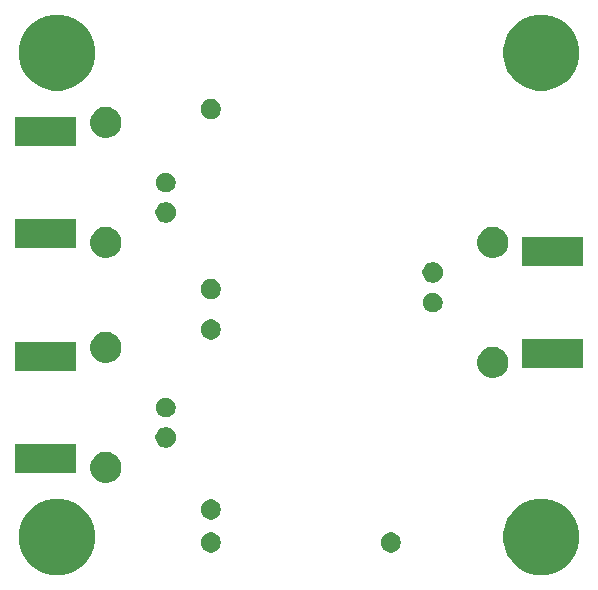
<source format=gbs>
G04 #@! TF.GenerationSoftware,KiCad,Pcbnew,(5.1.5)-3*
G04 #@! TF.CreationDate,2021-08-15T08:32:46-04:00*
G04 #@! TF.ProjectId,ADE1-MIXER,41444531-2d4d-4495-9845-522e6b696361,rev?*
G04 #@! TF.SameCoordinates,Original*
G04 #@! TF.FileFunction,Soldermask,Bot*
G04 #@! TF.FilePolarity,Negative*
%FSLAX46Y46*%
G04 Gerber Fmt 4.6, Leading zero omitted, Abs format (unit mm)*
G04 Created by KiCad (PCBNEW (5.1.5)-3) date 2021-08-15 08:32:46*
%MOMM*%
%LPD*%
G04 APERTURE LIST*
%ADD10C,0.150000*%
G04 APERTURE END LIST*
D10*
G36*
X45940932Y-41898166D02*
G01*
X46527990Y-42141333D01*
X47056329Y-42494358D01*
X47505642Y-42943671D01*
X47858667Y-43472010D01*
X48101834Y-44059068D01*
X48225800Y-44682286D01*
X48225800Y-45317714D01*
X48101834Y-45940932D01*
X47858667Y-46527990D01*
X47505642Y-47056329D01*
X47056329Y-47505642D01*
X46527990Y-47858667D01*
X45940932Y-48101834D01*
X45317714Y-48225800D01*
X44682286Y-48225800D01*
X44059068Y-48101834D01*
X43472010Y-47858667D01*
X42943671Y-47505642D01*
X42494358Y-47056329D01*
X42141333Y-46527990D01*
X41898166Y-45940932D01*
X41774200Y-45317714D01*
X41774200Y-44682286D01*
X41898166Y-44059068D01*
X42141333Y-43472010D01*
X42494358Y-42943671D01*
X42943671Y-42494358D01*
X43472010Y-42141333D01*
X44059068Y-41898166D01*
X44682286Y-41774200D01*
X45317714Y-41774200D01*
X45940932Y-41898166D01*
G37*
G36*
X4940932Y-41898166D02*
G01*
X5527990Y-42141333D01*
X6056329Y-42494358D01*
X6505642Y-42943671D01*
X6858667Y-43472010D01*
X7101834Y-44059068D01*
X7225800Y-44682286D01*
X7225800Y-45317714D01*
X7101834Y-45940932D01*
X6858667Y-46527990D01*
X6505642Y-47056329D01*
X6056329Y-47505642D01*
X5527990Y-47858667D01*
X4940932Y-48101834D01*
X4317714Y-48225800D01*
X3682286Y-48225800D01*
X3059068Y-48101834D01*
X2472010Y-47858667D01*
X1943671Y-47505642D01*
X1494358Y-47056329D01*
X1141333Y-46527990D01*
X898166Y-45940932D01*
X774200Y-45317714D01*
X774200Y-44682286D01*
X898166Y-44059068D01*
X1141333Y-43472010D01*
X1494358Y-42943671D01*
X1943671Y-42494358D01*
X2472010Y-42141333D01*
X3059068Y-41898166D01*
X3682286Y-41774200D01*
X4317714Y-41774200D01*
X4940932Y-41898166D01*
G37*
G36*
X17266169Y-44647895D02*
G01*
X17421005Y-44712031D01*
X17560354Y-44805140D01*
X17678860Y-44923646D01*
X17771969Y-45062995D01*
X17836105Y-45217831D01*
X17868800Y-45382203D01*
X17868800Y-45549797D01*
X17836105Y-45714169D01*
X17771969Y-45869005D01*
X17678860Y-46008354D01*
X17560354Y-46126860D01*
X17421005Y-46219969D01*
X17266169Y-46284105D01*
X17101797Y-46316800D01*
X16934203Y-46316800D01*
X16769831Y-46284105D01*
X16614995Y-46219969D01*
X16475646Y-46126860D01*
X16357140Y-46008354D01*
X16264031Y-45869005D01*
X16199895Y-45714169D01*
X16167200Y-45549797D01*
X16167200Y-45382203D01*
X16199895Y-45217831D01*
X16264031Y-45062995D01*
X16357140Y-44923646D01*
X16475646Y-44805140D01*
X16614995Y-44712031D01*
X16769831Y-44647895D01*
X16934203Y-44615200D01*
X17101797Y-44615200D01*
X17266169Y-44647895D01*
G37*
G36*
X32506169Y-44647895D02*
G01*
X32661005Y-44712031D01*
X32800354Y-44805140D01*
X32918860Y-44923646D01*
X33011969Y-45062995D01*
X33076105Y-45217831D01*
X33108800Y-45382203D01*
X33108800Y-45549797D01*
X33076105Y-45714169D01*
X33011969Y-45869005D01*
X32918860Y-46008354D01*
X32800354Y-46126860D01*
X32661005Y-46219969D01*
X32506169Y-46284105D01*
X32341797Y-46316800D01*
X32174203Y-46316800D01*
X32009831Y-46284105D01*
X31854995Y-46219969D01*
X31715646Y-46126860D01*
X31597140Y-46008354D01*
X31504031Y-45869005D01*
X31439895Y-45714169D01*
X31407200Y-45549797D01*
X31407200Y-45382203D01*
X31439895Y-45217831D01*
X31504031Y-45062995D01*
X31597140Y-44923646D01*
X31715646Y-44805140D01*
X31854995Y-44712031D01*
X32009831Y-44647895D01*
X32174203Y-44615200D01*
X32341797Y-44615200D01*
X32506169Y-44647895D01*
G37*
G36*
X17266169Y-41853895D02*
G01*
X17421005Y-41918031D01*
X17560354Y-42011140D01*
X17678860Y-42129646D01*
X17771969Y-42268995D01*
X17836105Y-42423831D01*
X17868800Y-42588203D01*
X17868800Y-42755797D01*
X17836105Y-42920169D01*
X17771969Y-43075005D01*
X17678860Y-43214354D01*
X17560354Y-43332860D01*
X17421005Y-43425969D01*
X17266169Y-43490105D01*
X17101797Y-43522800D01*
X16934203Y-43522800D01*
X16769831Y-43490105D01*
X16614995Y-43425969D01*
X16475646Y-43332860D01*
X16357140Y-43214354D01*
X16264031Y-43075005D01*
X16199895Y-42920169D01*
X16167200Y-42755797D01*
X16167200Y-42588203D01*
X16199895Y-42423831D01*
X16264031Y-42268995D01*
X16357140Y-42129646D01*
X16475646Y-42011140D01*
X16614995Y-41918031D01*
X16769831Y-41853895D01*
X16934203Y-41821200D01*
X17101797Y-41821200D01*
X17266169Y-41853895D01*
G37*
G36*
X8513264Y-37845957D02*
G01*
X8753634Y-37945521D01*
X8969963Y-38090068D01*
X9153932Y-38274037D01*
X9298479Y-38490366D01*
X9398043Y-38730736D01*
X9448800Y-38985912D01*
X9448800Y-39246088D01*
X9398043Y-39501264D01*
X9298479Y-39741634D01*
X9153932Y-39957963D01*
X8969963Y-40141932D01*
X8753634Y-40286479D01*
X8513264Y-40386043D01*
X8258088Y-40436800D01*
X7997912Y-40436800D01*
X7742736Y-40386043D01*
X7502366Y-40286479D01*
X7286037Y-40141932D01*
X7102068Y-39957963D01*
X6957521Y-39741634D01*
X6857957Y-39501264D01*
X6807200Y-39246088D01*
X6807200Y-38985912D01*
X6857957Y-38730736D01*
X6957521Y-38490366D01*
X7102068Y-38274037D01*
X7286037Y-38090068D01*
X7502366Y-37945521D01*
X7742736Y-37845957D01*
X7997912Y-37795200D01*
X8258088Y-37795200D01*
X8513264Y-37845957D01*
G37*
G36*
X5638800Y-39611300D02*
G01*
X457200Y-39611300D01*
X457200Y-37096700D01*
X5638800Y-37096700D01*
X5638800Y-39611300D01*
G37*
G36*
X13463608Y-35733376D02*
G01*
X13623084Y-35799432D01*
X13766610Y-35895334D01*
X13888666Y-36017390D01*
X13984568Y-36160916D01*
X14050624Y-36320392D01*
X14084300Y-36489692D01*
X14084300Y-36662308D01*
X14050624Y-36831608D01*
X13984568Y-36991084D01*
X13888666Y-37134610D01*
X13766610Y-37256666D01*
X13623084Y-37352568D01*
X13463608Y-37418624D01*
X13294308Y-37452300D01*
X13121692Y-37452300D01*
X12952392Y-37418624D01*
X12792916Y-37352568D01*
X12649390Y-37256666D01*
X12527334Y-37134610D01*
X12431432Y-36991084D01*
X12365376Y-36831608D01*
X12331700Y-36662308D01*
X12331700Y-36489692D01*
X12365376Y-36320392D01*
X12431432Y-36160916D01*
X12527334Y-36017390D01*
X12649390Y-35895334D01*
X12792916Y-35799432D01*
X12952392Y-35733376D01*
X13121692Y-35699700D01*
X13294308Y-35699700D01*
X13463608Y-35733376D01*
G37*
G36*
X13452494Y-33230011D02*
G01*
X13605037Y-33293197D01*
X13742322Y-33384927D01*
X13859073Y-33501678D01*
X13950803Y-33638963D01*
X14013989Y-33791506D01*
X14046200Y-33953444D01*
X14046200Y-34118556D01*
X14013989Y-34280494D01*
X13950803Y-34433037D01*
X13859073Y-34570322D01*
X13742322Y-34687073D01*
X13605037Y-34778803D01*
X13452494Y-34841989D01*
X13290556Y-34874200D01*
X13125444Y-34874200D01*
X12963506Y-34841989D01*
X12810963Y-34778803D01*
X12673678Y-34687073D01*
X12556927Y-34570322D01*
X12465197Y-34433037D01*
X12402011Y-34280494D01*
X12369800Y-34118556D01*
X12369800Y-33953444D01*
X12402011Y-33791506D01*
X12465197Y-33638963D01*
X12556927Y-33501678D01*
X12673678Y-33384927D01*
X12810963Y-33293197D01*
X12963506Y-33230011D01*
X13125444Y-33197800D01*
X13290556Y-33197800D01*
X13452494Y-33230011D01*
G37*
G36*
X41279264Y-28955957D02*
G01*
X41519634Y-29055521D01*
X41735963Y-29200068D01*
X41919932Y-29384037D01*
X42064479Y-29600366D01*
X42164043Y-29840736D01*
X42214800Y-30095912D01*
X42214800Y-30356088D01*
X42164043Y-30611264D01*
X42064479Y-30851634D01*
X41919932Y-31067963D01*
X41735963Y-31251932D01*
X41519634Y-31396479D01*
X41279264Y-31496043D01*
X41024088Y-31546800D01*
X40763912Y-31546800D01*
X40508736Y-31496043D01*
X40268366Y-31396479D01*
X40052037Y-31251932D01*
X39868068Y-31067963D01*
X39723521Y-30851634D01*
X39623957Y-30611264D01*
X39573200Y-30356088D01*
X39573200Y-30095912D01*
X39623957Y-29840736D01*
X39723521Y-29600366D01*
X39868068Y-29384037D01*
X40052037Y-29200068D01*
X40268366Y-29055521D01*
X40508736Y-28955957D01*
X40763912Y-28905200D01*
X41024088Y-28905200D01*
X41279264Y-28955957D01*
G37*
G36*
X5638800Y-30975300D02*
G01*
X457200Y-30975300D01*
X457200Y-28460700D01*
X5638800Y-28460700D01*
X5638800Y-30975300D01*
G37*
G36*
X48564800Y-30721300D02*
G01*
X43383200Y-30721300D01*
X43383200Y-28206700D01*
X48564800Y-28206700D01*
X48564800Y-30721300D01*
G37*
G36*
X8513264Y-27685957D02*
G01*
X8753634Y-27785521D01*
X8969963Y-27930068D01*
X9153932Y-28114037D01*
X9298479Y-28330366D01*
X9398043Y-28570736D01*
X9448800Y-28825912D01*
X9448800Y-29086088D01*
X9398043Y-29341264D01*
X9298479Y-29581634D01*
X9153932Y-29797963D01*
X8969963Y-29981932D01*
X8753634Y-30126479D01*
X8513264Y-30226043D01*
X8258088Y-30276800D01*
X7997912Y-30276800D01*
X7742736Y-30226043D01*
X7502366Y-30126479D01*
X7286037Y-29981932D01*
X7102068Y-29797963D01*
X6957521Y-29581634D01*
X6857957Y-29341264D01*
X6807200Y-29086088D01*
X6807200Y-28825912D01*
X6857957Y-28570736D01*
X6957521Y-28330366D01*
X7102068Y-28114037D01*
X7286037Y-27930068D01*
X7502366Y-27785521D01*
X7742736Y-27685957D01*
X7997912Y-27635200D01*
X8258088Y-27635200D01*
X8513264Y-27685957D01*
G37*
G36*
X17266169Y-26613895D02*
G01*
X17421005Y-26678031D01*
X17560354Y-26771140D01*
X17678860Y-26889646D01*
X17771969Y-27028995D01*
X17836105Y-27183831D01*
X17868800Y-27348203D01*
X17868800Y-27515797D01*
X17836105Y-27680169D01*
X17771969Y-27835005D01*
X17678860Y-27974354D01*
X17560354Y-28092860D01*
X17421005Y-28185969D01*
X17266169Y-28250105D01*
X17101797Y-28282800D01*
X16934203Y-28282800D01*
X16769831Y-28250105D01*
X16614995Y-28185969D01*
X16475646Y-28092860D01*
X16357140Y-27974354D01*
X16264031Y-27835005D01*
X16199895Y-27680169D01*
X16167200Y-27515797D01*
X16167200Y-27348203D01*
X16199895Y-27183831D01*
X16264031Y-27028995D01*
X16357140Y-26889646D01*
X16475646Y-26771140D01*
X16614995Y-26678031D01*
X16769831Y-26613895D01*
X16934203Y-26581200D01*
X17101797Y-26581200D01*
X17266169Y-26613895D01*
G37*
G36*
X36058494Y-24340011D02*
G01*
X36211037Y-24403197D01*
X36348322Y-24494927D01*
X36465073Y-24611678D01*
X36556803Y-24748963D01*
X36619989Y-24901506D01*
X36652200Y-25063444D01*
X36652200Y-25228556D01*
X36619989Y-25390494D01*
X36556803Y-25543037D01*
X36465073Y-25680322D01*
X36348322Y-25797073D01*
X36211037Y-25888803D01*
X36058494Y-25951989D01*
X35896556Y-25984200D01*
X35731444Y-25984200D01*
X35569506Y-25951989D01*
X35416963Y-25888803D01*
X35279678Y-25797073D01*
X35162927Y-25680322D01*
X35071197Y-25543037D01*
X35008011Y-25390494D01*
X34975800Y-25228556D01*
X34975800Y-25063444D01*
X35008011Y-24901506D01*
X35071197Y-24748963D01*
X35162927Y-24611678D01*
X35279678Y-24494927D01*
X35416963Y-24403197D01*
X35569506Y-24340011D01*
X35731444Y-24307800D01*
X35896556Y-24307800D01*
X36058494Y-24340011D01*
G37*
G36*
X17266169Y-23181895D02*
G01*
X17421005Y-23246031D01*
X17560354Y-23339140D01*
X17678860Y-23457646D01*
X17771969Y-23596995D01*
X17836105Y-23751831D01*
X17868800Y-23916203D01*
X17868800Y-24083797D01*
X17836105Y-24248169D01*
X17771969Y-24403005D01*
X17678860Y-24542354D01*
X17560354Y-24660860D01*
X17421005Y-24753969D01*
X17266169Y-24818105D01*
X17101797Y-24850800D01*
X16934203Y-24850800D01*
X16769831Y-24818105D01*
X16614995Y-24753969D01*
X16475646Y-24660860D01*
X16357140Y-24542354D01*
X16264031Y-24403005D01*
X16199895Y-24248169D01*
X16167200Y-24083797D01*
X16167200Y-23916203D01*
X16199895Y-23751831D01*
X16264031Y-23596995D01*
X16357140Y-23457646D01*
X16475646Y-23339140D01*
X16614995Y-23246031D01*
X16769831Y-23181895D01*
X16934203Y-23149200D01*
X17101797Y-23149200D01*
X17266169Y-23181895D01*
G37*
G36*
X36069608Y-21763376D02*
G01*
X36229084Y-21829432D01*
X36372610Y-21925334D01*
X36494666Y-22047390D01*
X36590568Y-22190916D01*
X36656624Y-22350392D01*
X36690300Y-22519692D01*
X36690300Y-22692308D01*
X36656624Y-22861608D01*
X36590568Y-23021084D01*
X36494666Y-23164610D01*
X36372610Y-23286666D01*
X36229084Y-23382568D01*
X36069608Y-23448624D01*
X35900308Y-23482300D01*
X35727692Y-23482300D01*
X35558392Y-23448624D01*
X35398916Y-23382568D01*
X35255390Y-23286666D01*
X35133334Y-23164610D01*
X35037432Y-23021084D01*
X34971376Y-22861608D01*
X34937700Y-22692308D01*
X34937700Y-22519692D01*
X34971376Y-22350392D01*
X35037432Y-22190916D01*
X35133334Y-22047390D01*
X35255390Y-21925334D01*
X35398916Y-21829432D01*
X35558392Y-21763376D01*
X35727692Y-21729700D01*
X35900308Y-21729700D01*
X36069608Y-21763376D01*
G37*
G36*
X48564800Y-22085300D02*
G01*
X43383200Y-22085300D01*
X43383200Y-19570700D01*
X48564800Y-19570700D01*
X48564800Y-22085300D01*
G37*
G36*
X8513264Y-18795957D02*
G01*
X8753634Y-18895521D01*
X8969963Y-19040068D01*
X9153932Y-19224037D01*
X9298479Y-19440366D01*
X9398043Y-19680736D01*
X9448800Y-19935912D01*
X9448800Y-20196088D01*
X9398043Y-20451264D01*
X9298479Y-20691634D01*
X9153932Y-20907963D01*
X8969963Y-21091932D01*
X8753634Y-21236479D01*
X8513264Y-21336043D01*
X8258088Y-21386800D01*
X7997912Y-21386800D01*
X7742736Y-21336043D01*
X7502366Y-21236479D01*
X7286037Y-21091932D01*
X7102068Y-20907963D01*
X6957521Y-20691634D01*
X6857957Y-20451264D01*
X6807200Y-20196088D01*
X6807200Y-19935912D01*
X6857957Y-19680736D01*
X6957521Y-19440366D01*
X7102068Y-19224037D01*
X7286037Y-19040068D01*
X7502366Y-18895521D01*
X7742736Y-18795957D01*
X7997912Y-18745200D01*
X8258088Y-18745200D01*
X8513264Y-18795957D01*
G37*
G36*
X41279264Y-18795957D02*
G01*
X41519634Y-18895521D01*
X41735963Y-19040068D01*
X41919932Y-19224037D01*
X42064479Y-19440366D01*
X42164043Y-19680736D01*
X42214800Y-19935912D01*
X42214800Y-20196088D01*
X42164043Y-20451264D01*
X42064479Y-20691634D01*
X41919932Y-20907963D01*
X41735963Y-21091932D01*
X41519634Y-21236479D01*
X41279264Y-21336043D01*
X41024088Y-21386800D01*
X40763912Y-21386800D01*
X40508736Y-21336043D01*
X40268366Y-21236479D01*
X40052037Y-21091932D01*
X39868068Y-20907963D01*
X39723521Y-20691634D01*
X39623957Y-20451264D01*
X39573200Y-20196088D01*
X39573200Y-19935912D01*
X39623957Y-19680736D01*
X39723521Y-19440366D01*
X39868068Y-19224037D01*
X40052037Y-19040068D01*
X40268366Y-18895521D01*
X40508736Y-18795957D01*
X40763912Y-18745200D01*
X41024088Y-18745200D01*
X41279264Y-18795957D01*
G37*
G36*
X5638800Y-20561300D02*
G01*
X457200Y-20561300D01*
X457200Y-18046700D01*
X5638800Y-18046700D01*
X5638800Y-20561300D01*
G37*
G36*
X13463608Y-16683376D02*
G01*
X13623084Y-16749432D01*
X13766610Y-16845334D01*
X13888666Y-16967390D01*
X13984568Y-17110916D01*
X14050624Y-17270392D01*
X14084300Y-17439692D01*
X14084300Y-17612308D01*
X14050624Y-17781608D01*
X13984568Y-17941084D01*
X13888666Y-18084610D01*
X13766610Y-18206666D01*
X13623084Y-18302568D01*
X13463608Y-18368624D01*
X13294308Y-18402300D01*
X13121692Y-18402300D01*
X12952392Y-18368624D01*
X12792916Y-18302568D01*
X12649390Y-18206666D01*
X12527334Y-18084610D01*
X12431432Y-17941084D01*
X12365376Y-17781608D01*
X12331700Y-17612308D01*
X12331700Y-17439692D01*
X12365376Y-17270392D01*
X12431432Y-17110916D01*
X12527334Y-16967390D01*
X12649390Y-16845334D01*
X12792916Y-16749432D01*
X12952392Y-16683376D01*
X13121692Y-16649700D01*
X13294308Y-16649700D01*
X13463608Y-16683376D01*
G37*
G36*
X13452494Y-14180011D02*
G01*
X13605037Y-14243197D01*
X13742322Y-14334927D01*
X13859073Y-14451678D01*
X13950803Y-14588963D01*
X14013989Y-14741506D01*
X14046200Y-14903444D01*
X14046200Y-15068556D01*
X14013989Y-15230494D01*
X13950803Y-15383037D01*
X13859073Y-15520322D01*
X13742322Y-15637073D01*
X13605037Y-15728803D01*
X13452494Y-15791989D01*
X13290556Y-15824200D01*
X13125444Y-15824200D01*
X12963506Y-15791989D01*
X12810963Y-15728803D01*
X12673678Y-15637073D01*
X12556927Y-15520322D01*
X12465197Y-15383037D01*
X12402011Y-15230494D01*
X12369800Y-15068556D01*
X12369800Y-14903444D01*
X12402011Y-14741506D01*
X12465197Y-14588963D01*
X12556927Y-14451678D01*
X12673678Y-14334927D01*
X12810963Y-14243197D01*
X12963506Y-14180011D01*
X13125444Y-14147800D01*
X13290556Y-14147800D01*
X13452494Y-14180011D01*
G37*
G36*
X5638800Y-11925300D02*
G01*
X457200Y-11925300D01*
X457200Y-9410700D01*
X5638800Y-9410700D01*
X5638800Y-11925300D01*
G37*
G36*
X8513264Y-8635957D02*
G01*
X8753634Y-8735521D01*
X8969963Y-8880068D01*
X9153932Y-9064037D01*
X9298479Y-9280366D01*
X9398043Y-9520736D01*
X9448800Y-9775912D01*
X9448800Y-10036088D01*
X9398043Y-10291264D01*
X9298479Y-10531634D01*
X9153932Y-10747963D01*
X8969963Y-10931932D01*
X8753634Y-11076479D01*
X8513264Y-11176043D01*
X8258088Y-11226800D01*
X7997912Y-11226800D01*
X7742736Y-11176043D01*
X7502366Y-11076479D01*
X7286037Y-10931932D01*
X7102068Y-10747963D01*
X6957521Y-10531634D01*
X6857957Y-10291264D01*
X6807200Y-10036088D01*
X6807200Y-9775912D01*
X6857957Y-9520736D01*
X6957521Y-9280366D01*
X7102068Y-9064037D01*
X7286037Y-8880068D01*
X7502366Y-8735521D01*
X7742736Y-8635957D01*
X7997912Y-8585200D01*
X8258088Y-8585200D01*
X8513264Y-8635957D01*
G37*
G36*
X17266169Y-7941895D02*
G01*
X17421005Y-8006031D01*
X17560354Y-8099140D01*
X17678860Y-8217646D01*
X17771969Y-8356995D01*
X17836105Y-8511831D01*
X17868800Y-8676203D01*
X17868800Y-8843797D01*
X17836105Y-9008169D01*
X17771969Y-9163005D01*
X17678860Y-9302354D01*
X17560354Y-9420860D01*
X17421005Y-9513969D01*
X17266169Y-9578105D01*
X17101797Y-9610800D01*
X16934203Y-9610800D01*
X16769831Y-9578105D01*
X16614995Y-9513969D01*
X16475646Y-9420860D01*
X16357140Y-9302354D01*
X16264031Y-9163005D01*
X16199895Y-9008169D01*
X16167200Y-8843797D01*
X16167200Y-8676203D01*
X16199895Y-8511831D01*
X16264031Y-8356995D01*
X16357140Y-8217646D01*
X16475646Y-8099140D01*
X16614995Y-8006031D01*
X16769831Y-7941895D01*
X16934203Y-7909200D01*
X17101797Y-7909200D01*
X17266169Y-7941895D01*
G37*
G36*
X4940932Y-898166D02*
G01*
X5527990Y-1141333D01*
X6056329Y-1494358D01*
X6505642Y-1943671D01*
X6858667Y-2472010D01*
X7101834Y-3059068D01*
X7225800Y-3682286D01*
X7225800Y-4317714D01*
X7101834Y-4940932D01*
X6858667Y-5527990D01*
X6505642Y-6056329D01*
X6056329Y-6505642D01*
X5527990Y-6858667D01*
X4940932Y-7101834D01*
X4317714Y-7225800D01*
X3682286Y-7225800D01*
X3059068Y-7101834D01*
X2472010Y-6858667D01*
X1943671Y-6505642D01*
X1494358Y-6056329D01*
X1141333Y-5527990D01*
X898166Y-4940932D01*
X774200Y-4317714D01*
X774200Y-3682286D01*
X898166Y-3059068D01*
X1141333Y-2472010D01*
X1494358Y-1943671D01*
X1943671Y-1494358D01*
X2472010Y-1141333D01*
X3059068Y-898166D01*
X3682286Y-774200D01*
X4317714Y-774200D01*
X4940932Y-898166D01*
G37*
G36*
X45940932Y-898166D02*
G01*
X46527990Y-1141333D01*
X47056329Y-1494358D01*
X47505642Y-1943671D01*
X47858667Y-2472010D01*
X48101834Y-3059068D01*
X48225800Y-3682286D01*
X48225800Y-4317714D01*
X48101834Y-4940932D01*
X47858667Y-5527990D01*
X47505642Y-6056329D01*
X47056329Y-6505642D01*
X46527990Y-6858667D01*
X45940932Y-7101834D01*
X45317714Y-7225800D01*
X44682286Y-7225800D01*
X44059068Y-7101834D01*
X43472010Y-6858667D01*
X42943671Y-6505642D01*
X42494358Y-6056329D01*
X42141333Y-5527990D01*
X41898166Y-4940932D01*
X41774200Y-4317714D01*
X41774200Y-3682286D01*
X41898166Y-3059068D01*
X42141333Y-2472010D01*
X42494358Y-1943671D01*
X42943671Y-1494358D01*
X43472010Y-1141333D01*
X44059068Y-898166D01*
X44682286Y-774200D01*
X45317714Y-774200D01*
X45940932Y-898166D01*
G37*
M02*

</source>
